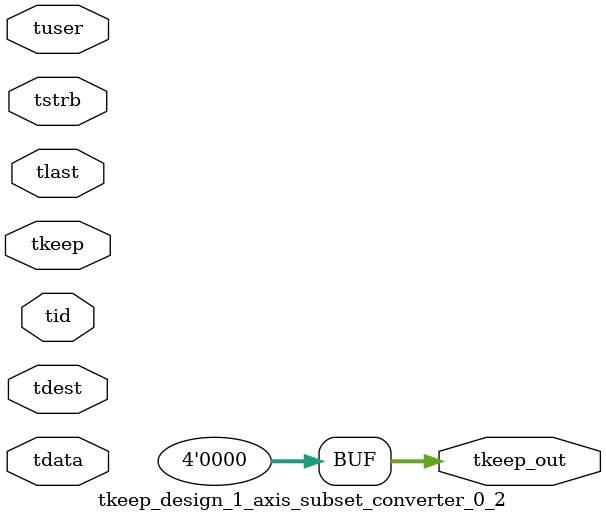
<source format=v>


`timescale 1ps/1ps

module tkeep_design_1_axis_subset_converter_0_2 #
(
parameter C_S_AXIS_TDATA_WIDTH = 32,
parameter C_S_AXIS_TUSER_WIDTH = 0,
parameter C_S_AXIS_TID_WIDTH   = 0,
parameter C_S_AXIS_TDEST_WIDTH = 0,
parameter C_M_AXIS_TDATA_WIDTH = 32
)
(
input  [(C_S_AXIS_TDATA_WIDTH == 0 ? 1 : C_S_AXIS_TDATA_WIDTH)-1:0     ] tdata,
input  [(C_S_AXIS_TUSER_WIDTH == 0 ? 1 : C_S_AXIS_TUSER_WIDTH)-1:0     ] tuser,
input  [(C_S_AXIS_TID_WIDTH   == 0 ? 1 : C_S_AXIS_TID_WIDTH)-1:0       ] tid,
input  [(C_S_AXIS_TDEST_WIDTH == 0 ? 1 : C_S_AXIS_TDEST_WIDTH)-1:0     ] tdest,
input  [(C_S_AXIS_TDATA_WIDTH/8)-1:0 ] tkeep,
input  [(C_S_AXIS_TDATA_WIDTH/8)-1:0 ] tstrb,
input                                                                    tlast,
output [(C_M_AXIS_TDATA_WIDTH/8)-1:0 ] tkeep_out
);

assign tkeep_out = {1'b0};

endmodule


</source>
